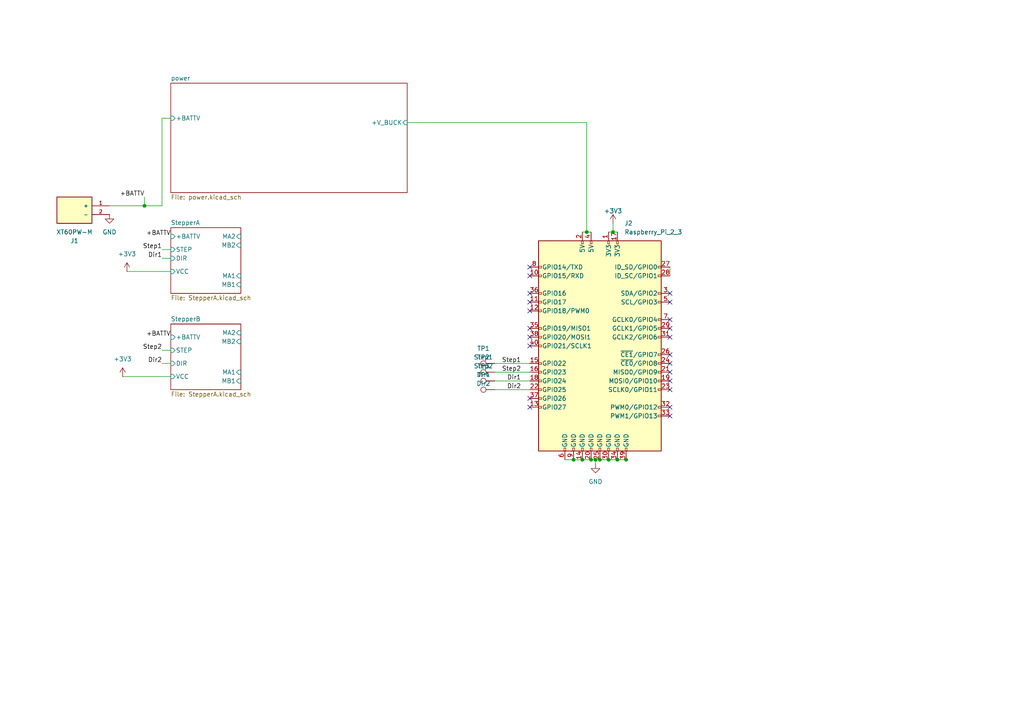
<source format=kicad_sch>
(kicad_sch (version 20231120) (generator "eeschema") (generator_version "8.0")
  (paper "A4")
  (lib_symbols
    (symbol "+3V3_1" (power) (pin_numbers hide) (pin_names (offset 0) hide)
      (property "Value" "+3V3" (at 0 3.556 0))
      (symbol "+3V3_1_0_1"
        (polyline (pts (xy -0.762 1.27) (xy 0 2.54)))
        (polyline (pts (xy 0 0) (xy 0 2.54)))
        (polyline (pts (xy 0 2.54) (xy 0.762 1.27)))
      )
      (symbol "+3V3_1_1_1"
        (pin power_in line (at 0 0 90) (length 0) (name "~") (number "1"))
      )
    )
    (symbol "+3V3_2" (power) (pin_numbers hide) (pin_names (offset 0) hide)
      (property "Value" "+3V3" (at 0 3.556 0))
      (symbol "+3V3_2_0_1"
        (polyline (pts (xy -0.762 1.27) (xy 0 2.54)))
        (polyline (pts (xy 0 0) (xy 0 2.54)))
        (polyline (pts (xy 0 2.54) (xy 0.762 1.27)))
      )
      (symbol "+3V3_2_1_1"
        (pin power_in line (at 0 0 90) (length 0) (name "~") (number "1"))
      )
    )
    (symbol "Connector:Raspberry_Pi_2_3" (pin_names (offset 1.016))
      (property "Reference" "J" (at -17.78 31.75 0))
      (property "Value" "Raspberry_Pi_2_3" (at 10.16 -31.75 0))
      (symbol "Raspberry_Pi_2_3_0_1"
        (rectangle (start -17.78 30.48) (end 17.78 -30.48) (stroke (width 0.254)) (fill (type background)))
      )
      (symbol "Raspberry_Pi_2_3_1_1"
        (rectangle (start -16.891 -17.526) (end -17.78 -18.034))
        (rectangle (start -16.891 -14.986) (end -17.78 -15.494))
        (rectangle (start -16.891 -12.446) (end -17.78 -12.954))
        (rectangle (start -16.891 -9.906) (end -17.78 -10.414))
        (rectangle (start -16.891 -7.366) (end -17.78 -7.874))
        (rectangle (start -16.891 -4.826) (end -17.78 -5.334))
        (rectangle (start -16.891 0.254) (end -17.78 -0.254))
        (rectangle (start -16.891 2.794) (end -17.78 2.286))
        (rectangle (start -16.891 5.334) (end -17.78 4.826))
        (rectangle (start -16.891 10.414) (end -17.78 9.906))
        (rectangle (start -16.891 12.954) (end -17.78 12.446))
        (rectangle (start -16.891 15.494) (end -17.78 14.986))
        (rectangle (start -16.891 20.574) (end -17.78 20.066))
        (rectangle (start -16.891 23.114) (end -17.78 22.606))
        (rectangle (start -10.414 -29.591) (end -9.906 -30.48))
        (rectangle (start -7.874 -29.591) (end -7.366 -30.48))
        (rectangle (start -5.334 -29.591) (end -4.826 -30.48))
        (rectangle (start -5.334 30.48) (end -4.826 29.591))
        (rectangle (start -2.794 -29.591) (end -2.286 -30.48))
        (rectangle (start -2.794 30.48) (end -2.286 29.591))
        (rectangle (start -0.254 -29.591) (end 0.254 -30.48))
        (rectangle (start 2.286 -29.591) (end 2.794 -30.48))
        (rectangle (start 2.286 30.48) (end 2.794 29.591))
        (rectangle (start 4.826 -29.591) (end 5.334 -30.48))
        (rectangle (start 4.826 30.48) (end 5.334 29.591))
        (rectangle (start 7.366 -29.591) (end 7.874 -30.48))
        (rectangle (start 17.78 -20.066) (end 16.891 -20.574))
        (rectangle (start 17.78 -17.526) (end 16.891 -18.034))
        (rectangle (start 17.78 -12.446) (end 16.891 -12.954))
        (rectangle (start 17.78 -9.906) (end 16.891 -10.414))
        (rectangle (start 17.78 -7.366) (end 16.891 -7.874))
        (rectangle (start 17.78 -4.826) (end 16.891 -5.334))
        (rectangle (start 17.78 -2.286) (end 16.891 -2.794))
        (rectangle (start 17.78 2.794) (end 16.891 2.286))
        (rectangle (start 17.78 5.334) (end 16.891 4.826))
        (rectangle (start 17.78 7.874) (end 16.891 7.366))
        (rectangle (start 17.78 12.954) (end 16.891 12.446))
        (rectangle (start 17.78 15.494) (end 16.891 14.986))
        (rectangle (start 17.78 20.574) (end 16.891 20.066))
        (rectangle (start 17.78 23.114) (end 16.891 22.606))
        (pin power_in line (at 2.54 33.02 270) (length 2.54) (name "3V3") (number "1"))
        (pin bidirectional line (at -20.32 20.32 0) (length 2.54) (name "GPIO15/RXD") (number "10"))
        (pin bidirectional line (at -20.32 12.7 0) (length 2.54) (name "GPIO17") (number "11"))
        (pin bidirectional line (at -20.32 10.16 0) (length 2.54) (name "GPIO18/PWM0") (number "12"))
        (pin bidirectional line (at -20.32 -17.78 0) (length 2.54) (name "GPIO27") (number "13"))
        (pin power_in line (at -5.08 -33.02 90) (length 2.54) (name "GND") (number "14"))
        (pin bidirectional line (at -20.32 -5.08 0) (length 2.54) (name "GPIO22") (number "15"))
        (pin bidirectional line (at -20.32 -7.62 0) (length 2.54) (name "GPIO23") (number "16"))
        (pin power_in line (at 5.08 33.02 270) (length 2.54) (name "3V3") (number "17"))
        (pin bidirectional line (at -20.32 -10.16 0) (length 2.54) (name "GPIO24") (number "18"))
        (pin bidirectional line (at 20.32 -10.16 180) (length 2.54) (name "MOSI0/GPIO10") (number "19"))
        (pin power_in line (at -5.08 33.02 270) (length 2.54) (name "5V") (number "2"))
        (pin power_in line (at -2.54 -33.02 90) (length 2.54) (name "GND") (number "20"))
        (pin bidirectional line (at 20.32 -7.62 180) (length 2.54) (name "MISO0/GPIO9") (number "21"))
        (pin bidirectional line (at -20.32 -12.7 0) (length 2.54) (name "GPIO25") (number "22"))
        (pin bidirectional line (at 20.32 -12.7 180) (length 2.54) (name "SCLK0/GPIO11") (number "23"))
        (pin bidirectional line (at 20.32 -5.08 180) (length 2.54) (name "~{CE0}/GPIO8") (number "24"))
        (pin power_in line (at 0 -33.02 90) (length 2.54) (name "GND") (number "25"))
        (pin bidirectional line (at 20.32 -2.54 180) (length 2.54) (name "~{CE1}/GPIO7") (number "26"))
        (pin bidirectional line (at 20.32 22.86 180) (length 2.54) (name "ID_SD/GPIO0") (number "27"))
        (pin bidirectional line (at 20.32 20.32 180) (length 2.54) (name "ID_SC/GPIO1") (number "28"))
        (pin bidirectional line (at 20.32 5.08 180) (length 2.54) (name "GCLK1/GPIO5") (number "29"))
        (pin bidirectional line (at 20.32 15.24 180) (length 2.54) (name "SDA/GPIO2") (number "3"))
        (pin power_in line (at 2.54 -33.02 90) (length 2.54) (name "GND") (number "30"))
        (pin bidirectional line (at 20.32 2.54 180) (length 2.54) (name "GCLK2/GPIO6") (number "31"))
        (pin bidirectional line (at 20.32 -17.78 180) (length 2.54) (name "PWM0/GPIO12") (number "32"))
        (pin bidirectional line (at 20.32 -20.32 180) (length 2.54) (name "PWM1/GPIO13") (number "33"))
        (pin power_in line (at 5.08 -33.02 90) (length 2.54) (name "GND") (number "34"))
        (pin bidirectional line (at -20.32 5.08 0) (length 2.54) (name "GPIO19/MISO1") (number "35"))
        (pin bidirectional line (at -20.32 15.24 0) (length 2.54) (name "GPIO16") (number "36"))
        (pin bidirectional line (at -20.32 -15.24 0) (length 2.54) (name "GPIO26") (number "37"))
        (pin bidirectional line (at -20.32 2.54 0) (length 2.54) (name "GPIO20/MOSI1") (number "38"))
        (pin power_in line (at 7.62 -33.02 90) (length 2.54) (name "GND") (number "39"))
        (pin power_in line (at -2.54 33.02 270) (length 2.54) (name "5V") (number "4"))
        (pin bidirectional line (at -20.32 0 0) (length 2.54) (name "GPIO21/SCLK1") (number "40"))
        (pin bidirectional line (at 20.32 12.7 180) (length 2.54) (name "SCL/GPIO3") (number "5"))
        (pin power_in line (at -10.16 -33.02 90) (length 2.54) (name "GND") (number "6"))
        (pin bidirectional line (at 20.32 7.62 180) (length 2.54) (name "GCLK0/GPIO4") (number "7"))
        (pin bidirectional line (at -20.32 22.86 0) (length 2.54) (name "GPIO14/TXD") (number "8"))
        (pin power_in line (at -7.62 -33.02 90) (length 2.54) (name "GND") (number "9"))
      )
    )
    (symbol "Connector:TestPoint" (pin_numbers hide) (pin_names (offset 0.762) hide)
      (property "Reference" "TP" (at 0 6.858 0))
      (property "Value" "TestPoint" (at 0 5.08 0))
      (symbol "TestPoint_0_1"
        (circle (center 0 3.302) (radius 0.762))
      )
      (symbol "TestPoint_1_1"
        (pin passive line (at 0 0 90) (length 2.54) (name "1") (number "1"))
      )
    )
    (symbol "ICLR:XT60PW-M" (pin_names (offset 1.016))
      (property "Reference" "J" (at -5.08 5.7234 0))
      (property "Value" "XT60PW-M" (at -5.08 -5.0923 0))
      (symbol "XT60PW-M_0_0"
        (rectangle (start -5.08 -2.54) (end 5.08 5.08) (stroke (width 0.254)) (fill (type background)))
        (pin passive line (at -10.16 2.54 0) (length 5.08) (name "+") (number "1"))
        (pin passive line (at -10.16 0 0) (length 5.08) (name "-") (number "2"))
      )
    )
    (symbol "power:+3V3" (power) (pin_names (offset 0))
      (property "Value" "+3V3" (at 0 3.556 0))
      (symbol "+3V3_0_1"
        (polyline (pts (xy -0.762 1.27) (xy 0 2.54)))
        (polyline (pts (xy 0 0) (xy 0 2.54)))
        (polyline (pts (xy 0 2.54) (xy 0.762 1.27)))
      )
      (symbol "+3V3_1_1"
        (pin power_in line (at 0 0 90) (length 0) hide (name "+3V3") (number "1"))
      )
    )
    (symbol "power:GND" (power) (pin_numbers hide) (pin_names (offset 0) hide)
      (property "Value" "GND" (at 0 -3.81 0))
      (symbol "GND_0_1"
        (polyline (pts (xy 0 0) (xy 0 -1.27) (xy 1.27 -1.27) (xy 0 -2.54) (xy -1.27 -1.27) (xy 0 -1.27)))
      )
      (symbol "GND_1_1"
        (pin power_in line (at 0 0 270) (length 0) (name "~") (number "1"))
      )
    )
  )
  (junction (at 179.07 133.35))
  (junction (at 176.53 133.35))
  (junction (at 173.99 133.35))
  (junction (at 170.18 67.31))
  (junction (at 177.8 67.31))
  (junction (at 168.91 133.35))
  (junction (at 181.61 133.35))
  (junction (at 171.45 133.35))
  (junction (at 172.72 133.35))
  (junction (at 41.91 59.69))
  (junction (at 166.37 133.35))
  (no_connect (at 194.31 87.63))
  (no_connect (at 153.67 100.33))
  (no_connect (at 153.67 115.57))
  (no_connect (at 194.31 110.49))
  (no_connect (at 153.67 85.09))
  (no_connect (at 194.31 113.03))
  (no_connect (at 194.31 107.95))
  (no_connect (at 194.31 118.11))
  (no_connect (at 153.67 87.63))
  (no_connect (at 153.67 77.47))
  (no_connect (at 153.67 90.17))
  (no_connect (at 153.67 80.01))
  (no_connect (at 153.67 97.79))
  (no_connect (at 194.31 120.65))
  (no_connect (at 194.31 102.87))
  (no_connect (at 194.31 92.71))
  (no_connect (at 153.67 95.25))
  (no_connect (at 194.31 97.79))
  (no_connect (at 194.31 85.09))
  (no_connect (at 153.67 118.11))
  (no_connect (at 194.31 105.41))
  (no_connect (at 194.31 95.25))
  (wire (pts (xy 176.53 133.35) (xy 179.07 133.35)))
  (wire (pts (xy 31.75 59.69) (xy 41.91 59.69)))
  (wire (pts (xy 173.99 133.35) (xy 176.53 133.35)))
  (wire (pts (xy 168.91 67.31) (xy 170.18 67.31)))
  (wire (pts (xy 179.07 133.35) (xy 181.61 133.35)))
  (wire (pts (xy 143.51 107.95) (xy 153.67 107.95)))
  (wire (pts (xy 118.11 35.56) (xy 170.18 35.56)))
  (wire (pts (xy 143.51 113.03) (xy 153.67 113.03)))
  (wire (pts (xy 172.72 133.35) (xy 173.99 133.35)))
  (wire (pts (xy 41.91 59.69) (xy 46.99 59.69)))
  (wire (pts (xy 46.99 34.29) (xy 49.53 34.29)))
  (wire (pts (xy 46.99 101.6) (xy 49.53 101.6)))
  (wire (pts (xy 171.45 133.35) (xy 172.72 133.35)))
  (wire (pts (xy 194.31 77.47) (xy 194.31 80.01)))
  (wire (pts (xy 166.37 133.35) (xy 168.91 133.35)))
  (wire (pts (xy 46.99 59.69) (xy 46.99 34.29)))
  (wire (pts (xy 168.91 133.35) (xy 171.45 133.35)))
  (wire (pts (xy 46.99 72.39) (xy 49.53 72.39)))
  (wire (pts (xy 36.83 78.74) (xy 49.53 78.74)))
  (wire (pts (xy 46.99 105.41) (xy 49.53 105.41)))
  (wire (pts (xy 177.8 67.31) (xy 179.07 67.31)))
  (wire (pts (xy 170.18 67.31) (xy 171.45 67.31)))
  (wire (pts (xy 163.83 133.35) (xy 166.37 133.35)))
  (wire (pts (xy 143.51 105.41) (xy 153.67 105.41)))
  (wire (pts (xy 41.91 57.15) (xy 41.91 59.69)))
  (wire (pts (xy 170.18 35.56) (xy 170.18 67.31)))
  (wire (pts (xy 46.99 74.93) (xy 49.53 74.93)))
  (wire (pts (xy 35.56 109.22) (xy 49.53 109.22)))
  (wire (pts (xy 177.8 64.77) (xy 177.8 67.31)))
  (wire (pts (xy 143.51 110.49) (xy 153.67 110.49)))
  (wire (pts (xy 176.53 67.31) (xy 177.8 67.31)))
  (wire (pts (xy 181.61 132.08) (xy 181.61 133.35)))
  (wire (pts (xy 172.72 133.35) (xy 172.72 134.62)))
  (label "+BATTV" (at 49.53 97.79 180))
  (label "Step1" (at 151.13 105.41 180))
  (label "Step1" (at 46.99 72.39 180))
  (label "+BATTV" (at 49.53 68.58 180))
  (label "Dir2" (at 151.13 113.03 180))
  (label "Step2" (at 46.99 101.6 180))
  (label "Dir1" (at 46.99 74.93 180))
  (label "Dir2" (at 46.99 105.41 180))
  (label "+BATTV" (at 41.91 57.15 180))
  (label "Step2" (at 151.13 107.95 180))
  (label "Dir1" (at 151.13 110.49 180))
  (symbol (lib_name "+3V3_2") (lib_id "power:+3V3") (at 36.83 78.74 0) (unit 1)
    (property "Reference" "#PWR029" (effects (hide yes)))
    (property "Value" "+3V3" (at 36.83 73.66 0))
    (property "Description" "Power symbol creates a global label with name \"+3V3\"" (effects (hide yes)))
  )
  (symbol (lib_name "+3V3_1") (lib_id "power:+3V3") (at 35.56 109.22 0) (unit 1)
    (property "Reference" "#PWR028" (effects (hide yes)))
    (property "Value" "+3V3" (at 35.56 104.14 0))
    (property "Description" "Power symbol creates a global label with name \"+3V3\"" (effects (hide yes)))
  )
  (symbol (lib_id "Connector:TestPoint") (at 143.51 110.49 90) (unit 1)
    (property "Reference" "TP3" (at 140.208 106.1552 90))
    (property "Value" "Dir1" (at 140.208 108.6921 90))
    (property "Footprint" "TestPoint:TestPoint_Pad_1.5x1.5mm" (effects (hide yes)))
  )
  (symbol (lib_id "Connector:Raspberry_Pi_2_3") (at 173.99 100.33 0) (unit 1)
    (property "Reference" "J2" (at 181.0894 64.77 0) (effects (justify left)))
    (property "Value" "Raspberry_Pi_2_3" (at 181.0894 67.31 0) (effects (justify left)))
    (property "Footprint" "Connector_PinSocket_2.54mm:PinSocket_2x20_P2.54mm_Vertical" (effects (hide yes)))
    (property "Datasheet" "https://www.raspberrypi.org/documentation/hardware/raspberrypi/schematics/rpi_SCH_3bplus_1p0_reduced.pdf" (effects (hide yes)))
  )
  (symbol (lib_id "power:GND") (at 31.75 62.23 0) (unit 1)
    (property "Reference" "#PWR01" (effects (hide yes)))
    (property "Value" "GND" (at 31.75 67.31 0))
    (property "Description" "Power symbol creates a global label with name \"GND\" , ground" (effects (hide yes)))
  )
  (symbol (lib_id "Connector:TestPoint") (at 143.51 107.95 90) (unit 1)
    (property "Reference" "TP2" (at 140.208 103.6152 90))
    (property "Value" "Step2" (at 140.208 106.1521 90))
    (property "Footprint" "TestPoint:TestPoint_Pad_1.5x1.5mm" (effects (hide yes)))
  )
  (symbol (lib_id "Connector:TestPoint") (at 143.51 105.41 90) (unit 1)
    (property "Reference" "TP1" (at 140.208 101.0752 90))
    (property "Value" "Step1" (at 140.208 103.6121 90))
    (property "Footprint" "TestPoint:TestPoint_Pad_1.5x1.5mm" (effects (hide yes)))
  )
  (symbol (lib_id "ICLR:XT60PW-M") (at 21.59 62.23 0) (mirror y) (unit 1)
    (property "Reference" "J1" (at 21.59 69.85 0))
    (property "Value" "XT60PW-M" (at 21.59 67.31 0))
    (property "Footprint" "AMASS_XT60PW-M" (effects (hide yes)))
    (property "STANDARD" "Manufacturer recommendations" (effects (hide yes)))
    (property "MANUFACTURER" "AMASS" (effects (hide yes)))
    (property "PARTREV" "V1.2" (effects (hide yes)))
    (property "MAXIMUM_PACKAGE_HEIGHT" "8.4 mm" (effects (hide yes)))
  )
  (symbol (lib_id "power:+3V3") (at 177.8 64.77 0) (unit 1)
    (property "Reference" "#PWR027" (effects (hide yes)))
    (property "Value" "+3V3" (at 177.8 61.1942 0))
  )
  (symbol (lib_id "Connector:TestPoint") (at 143.51 113.03 90) (unit 1)
    (property "Reference" "TP4" (at 140.208 108.6952 90))
    (property "Value" "Dir2" (at 140.208 111.2321 90))
    (property "Footprint" "TestPoint:TestPoint_Pad_1.5x1.5mm" (effects (hide yes)))
  )
  (symbol (lib_id "power:GND") (at 172.72 134.62 0) (unit 1)
    (property "Reference" "#PWR011" (effects (hide yes)))
    (property "Value" "GND" (at 172.72 139.7 0))
  )
  (sheet (at 49.53 66.04) (size 20.32 19.05) (stroke (width 0.1524))
    (property "Sheetname" "StepperA" (at 49.53 65.3284 0) (effects (justify left bottom)))
    (property "Sheetfile" "StepperA.kicad_sch" (at 49.53 85.6746 0) (effects (justify left top)))
    (pin "MA2" input (at 69.85 68.58 0))
    (pin "MB2" input (at 69.85 71.12 0))
    (pin "MA1" input (at 69.85 80.01 0))
    (pin "MB1" input (at 69.85 82.55 0))
    (pin "+BATTV" input (at 49.53 68.58 180))
    (pin "VCC" input (at 49.53 78.74 180))
    (pin "DIR" input (at 49.53 74.93 180))
    (pin "STEP" input (at 49.53 72.39 180))
  )
  (sheet (at 49.53 24.13) (size 68.58 31.75) (stroke (width 0.1524))
    (property "Sheetname" "power" (at 49.53 23.4184 0) (effects (justify left bottom)))
    (property "Sheetfile" "power.kicad_sch" (at 49.53 56.4646 0) (effects (justify left top)))
    (pin "+BATTV" input (at 49.53 34.29 180))
    (pin "+V_BUCK" input (at 118.11 35.56 0))
  )
  (sheet (at 49.53 93.98) (size 20.32 19.05) (stroke (width 0.1524))
    (property "Sheetname" "StepperB" (at 49.53 93.2684 0) (effects (justify left bottom)))
    (property "Sheetfile" "StepperA.kicad_sch" (at 49.53 113.6146 0) (effects (justify left top)))
    (pin "MA2" input (at 69.85 96.52 0))
    (pin "MB2" input (at 69.85 99.06 0))
    (pin "MA1" input (at 69.85 107.95 0))
    (pin "MB1" input (at 69.85 110.49 0))
    (pin "+BATTV" input (at 49.53 97.79 180))
    (pin "VCC" input (at 49.53 109.22 180))
    (pin "DIR" input (at 49.53 105.41 180))
    (pin "STEP" input (at 49.53 101.6 180))
  )
)
</source>
